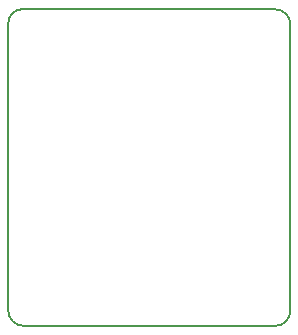
<source format=gko>
G04*
G04 #@! TF.GenerationSoftware,Altium Limited,Altium Designer,21.3.2 (30)*
G04*
G04 Layer_Color=16711935*
%FSLAX44Y44*%
%MOMM*%
G71*
G04*
G04 #@! TF.SameCoordinates,B60BEB59-0ECC-4B8A-8E76-113AF4395072*
G04*
G04*
G04 #@! TF.FilePolarity,Positive*
G04*
G01*
G75*
%ADD44C,0.2032*%
D44*
X227330Y242570D02*
G03*
X214630Y255270I-12700J0D01*
G01*
Y-12700D02*
G03*
X227330Y0I0J12700D01*
G01*
X-11430D02*
G03*
X1270Y-12700I12700J0D01*
G01*
X0Y255270D02*
G03*
X-11430Y243840I0J-11430D01*
G01*
X209550Y255270D02*
X214630D01*
X227330Y0D02*
Y242570D01*
X210820Y-12700D02*
X214630D01*
X1270Y-12700D02*
X210820Y-12700D01*
X-11430Y0D02*
Y240030D01*
X-1270Y255270D02*
X213360Y255270D01*
X-11430Y224790D02*
Y243840D01*
M02*

</source>
